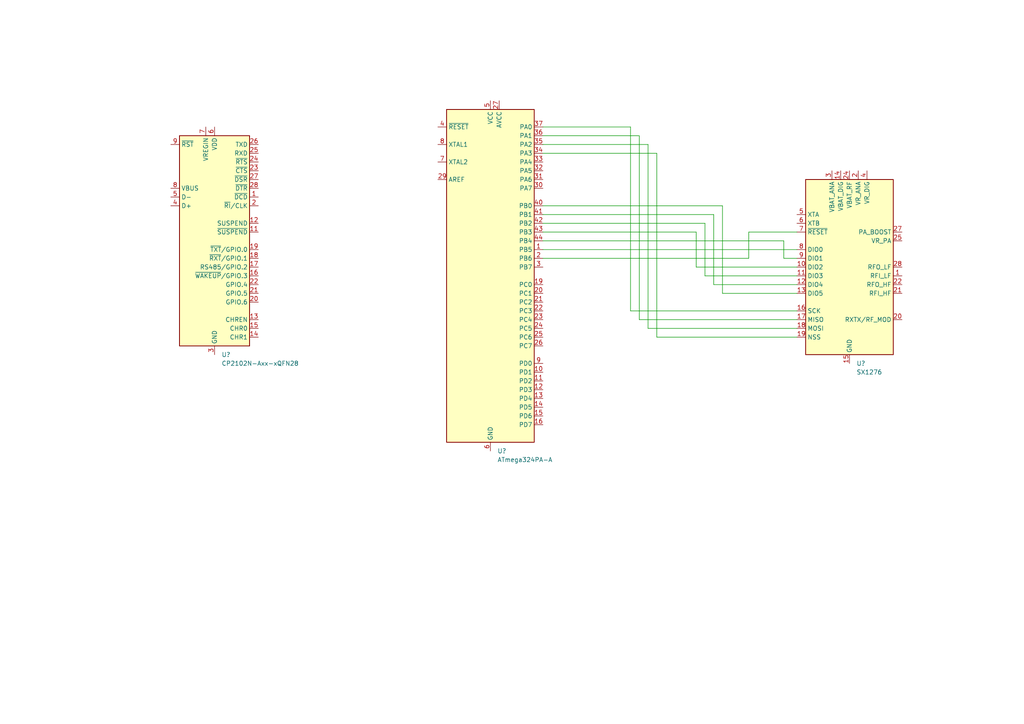
<source format=kicad_sch>
(kicad_sch (version 20211123) (generator eeschema)
  (paper "A4")
  (lib_symbols
    (symbol "Interface_USB:CP2102N-Axx-xQFN28"
      (property "Reference" "U" (at -8.89 31.75 0))
      (property "Value" "CP2102N-Axx-xQFN28" (at 12.7 31.75 0))
      (symbol "CP2102N-Axx-xQFN28_0_1"
        (rectangle (start -10.16 30.48) (end 10.16 -30.48) (stroke (width 0.254)) (fill (type background)))
      )
      (symbol "CP2102N-Axx-xQFN28_1_1"
        (pin input line (at 12.7 12.7 180) (length 2.54) (name "~{DCD}") (number "1"))
        (pin no_connect line (at -10.16 -27.94 0) (length 2.54) hide (name "NC") (number "10"))
        (pin output line (at 12.7 2.54 180) (length 2.54) (name "~{SUSPEND}") (number "11"))
        (pin output line (at 12.7 5.08 180) (length 2.54) (name "SUSPEND") (number "12"))
        (pin output line (at 12.7 -22.86 180) (length 2.54) (name "CHREN") (number "13"))
        (pin output line (at 12.7 -27.94 180) (length 2.54) (name "CHR1") (number "14"))
        (pin output line (at 12.7 -25.4 180) (length 2.54) (name "CHR0") (number "15"))
        (pin bidirectional line (at 12.7 -10.16 180) (length 2.54) (name "~{WAKEUP}/GPIO.3") (number "16"))
        (pin bidirectional line (at 12.7 -7.62 180) (length 2.54) (name "RS485/GPIO.2") (number "17"))
        (pin bidirectional line (at 12.7 -5.08 180) (length 2.54) (name "~{RXT}/GPIO.1") (number "18"))
        (pin bidirectional line (at 12.7 -2.54 180) (length 2.54) (name "~{TXT}/GPIO.0") (number "19"))
        (pin bidirectional line (at 12.7 10.16 180) (length 2.54) (name "~{RI}/CLK") (number "2"))
        (pin bidirectional line (at 12.7 -17.78 180) (length 2.54) (name "GPIO.6") (number "20"))
        (pin bidirectional line (at 12.7 -15.24 180) (length 2.54) (name "GPIO.5") (number "21"))
        (pin bidirectional line (at 12.7 -12.7 180) (length 2.54) (name "GPIO.4") (number "22"))
        (pin input line (at 12.7 20.32 180) (length 2.54) (name "~{CTS}") (number "23"))
        (pin output line (at 12.7 22.86 180) (length 2.54) (name "~{RTS}") (number "24"))
        (pin input line (at 12.7 25.4 180) (length 2.54) (name "RXD") (number "25"))
        (pin output line (at 12.7 27.94 180) (length 2.54) (name "TXD") (number "26"))
        (pin input line (at 12.7 17.78 180) (length 2.54) (name "~{DSR}") (number "27"))
        (pin output line (at 12.7 15.24 180) (length 2.54) (name "~{DTR}") (number "28"))
        (pin passive line (at 0 -33.02 90) (length 2.54) hide (name "GND") (number "29"))
        (pin power_in line (at 0 -33.02 90) (length 2.54) (name "GND") (number "3"))
        (pin bidirectional line (at -12.7 10.16 0) (length 2.54) (name "D+") (number "4"))
        (pin bidirectional line (at -12.7 12.7 0) (length 2.54) (name "D-") (number "5"))
        (pin power_in line (at 0 33.02 270) (length 2.54) (name "VDD") (number "6"))
        (pin power_in line (at -2.54 33.02 270) (length 2.54) (name "VREGIN") (number "7"))
        (pin input line (at -12.7 15.24 0) (length 2.54) (name "VBUS") (number "8"))
        (pin input line (at -12.7 27.94 0) (length 2.54) (name "~{RST}") (number "9"))
      )
    )
    (symbol "MCU_Microchip_ATmega:ATmega324PA-A"
      (property "Reference" "U" (at -12.7 49.53 0))
      (property "Value" "ATmega324PA-A" (at 2.54 -49.53 0))
      (symbol "ATmega324PA-A_0_1"
        (rectangle (start -12.7 -48.26) (end 12.7 48.26) (stroke (width 0.254)) (fill (type background)))
      )
      (symbol "ATmega324PA-A_1_1"
        (pin bidirectional line (at 15.24 7.62 180) (length 2.54) (name "PB5") (number "1"))
        (pin bidirectional line (at 15.24 -27.94 180) (length 2.54) (name "PD1") (number "10"))
        (pin bidirectional line (at 15.24 -30.48 180) (length 2.54) (name "PD2") (number "11"))
        (pin bidirectional line (at 15.24 -33.02 180) (length 2.54) (name "PD3") (number "12"))
        (pin bidirectional line (at 15.24 -35.56 180) (length 2.54) (name "PD4") (number "13"))
        (pin bidirectional line (at 15.24 -38.1 180) (length 2.54) (name "PD5") (number "14"))
        (pin bidirectional line (at 15.24 -40.64 180) (length 2.54) (name "PD6") (number "15"))
        (pin bidirectional line (at 15.24 -43.18 180) (length 2.54) (name "PD7") (number "16"))
        (pin passive line (at 0 50.8 270) (length 2.54) hide (name "VCC") (number "17"))
        (pin passive line (at 0 -50.8 90) (length 2.54) hide (name "GND") (number "18"))
        (pin bidirectional line (at 15.24 -2.54 180) (length 2.54) (name "PC0") (number "19"))
        (pin bidirectional line (at 15.24 5.08 180) (length 2.54) (name "PB6") (number "2"))
        (pin bidirectional line (at 15.24 -5.08 180) (length 2.54) (name "PC1") (number "20"))
        (pin bidirectional line (at 15.24 -7.62 180) (length 2.54) (name "PC2") (number "21"))
        (pin bidirectional line (at 15.24 -10.16 180) (length 2.54) (name "PC3") (number "22"))
        (pin bidirectional line (at 15.24 -12.7 180) (length 2.54) (name "PC4") (number "23"))
        (pin bidirectional line (at 15.24 -15.24 180) (length 2.54) (name "PC5") (number "24"))
        (pin bidirectional line (at 15.24 -17.78 180) (length 2.54) (name "PC6") (number "25"))
        (pin bidirectional line (at 15.24 -20.32 180) (length 2.54) (name "PC7") (number "26"))
        (pin power_in line (at 2.54 50.8 270) (length 2.54) (name "AVCC") (number "27"))
        (pin passive line (at 0 -50.8 90) (length 2.54) hide (name "GND") (number "28"))
        (pin passive line (at -15.24 27.94 0) (length 2.54) (name "AREF") (number "29"))
        (pin bidirectional line (at 15.24 2.54 180) (length 2.54) (name "PB7") (number "3"))
        (pin bidirectional line (at 15.24 25.4 180) (length 2.54) (name "PA7") (number "30"))
        (pin bidirectional line (at 15.24 27.94 180) (length 2.54) (name "PA6") (number "31"))
        (pin bidirectional line (at 15.24 30.48 180) (length 2.54) (name "PA5") (number "32"))
        (pin bidirectional line (at 15.24 33.02 180) (length 2.54) (name "PA4") (number "33"))
        (pin bidirectional line (at 15.24 35.56 180) (length 2.54) (name "PA3") (number "34"))
        (pin bidirectional line (at 15.24 38.1 180) (length 2.54) (name "PA2") (number "35"))
        (pin bidirectional line (at 15.24 40.64 180) (length 2.54) (name "PA1") (number "36"))
        (pin bidirectional line (at 15.24 43.18 180) (length 2.54) (name "PA0") (number "37"))
        (pin passive line (at 0 50.8 270) (length 2.54) hide (name "VCC") (number "38"))
        (pin passive line (at 0 -50.8 90) (length 2.54) hide (name "GND") (number "39"))
        (pin input line (at -15.24 43.18 0) (length 2.54) (name "~{RESET}") (number "4"))
        (pin bidirectional line (at 15.24 20.32 180) (length 2.54) (name "PB0") (number "40"))
        (pin bidirectional line (at 15.24 17.78 180) (length 2.54) (name "PB1") (number "41"))
        (pin bidirectional line (at 15.24 15.24 180) (length 2.54) (name "PB2") (number "42"))
        (pin bidirectional line (at 15.24 12.7 180) (length 2.54) (name "PB3") (number "43"))
        (pin bidirectional line (at 15.24 10.16 180) (length 2.54) (name "PB4") (number "44"))
        (pin power_in line (at 0 50.8 270) (length 2.54) (name "VCC") (number "5"))
        (pin power_in line (at 0 -50.8 90) (length 2.54) (name "GND") (number "6"))
        (pin output line (at -15.24 33.02 0) (length 2.54) (name "XTAL2") (number "7"))
        (pin input line (at -15.24 38.1 0) (length 2.54) (name "XTAL1") (number "8"))
        (pin bidirectional line (at 15.24 -25.4 180) (length 2.54) (name "PD0") (number "9"))
      )
    )
    (symbol "RF:SX1276"
      (property "Reference" "U" (at 13.97 24.13 0))
      (property "Value" "SX1276" (at 13.97 21.59 0))
      (symbol "SX1276_0_1"
        (rectangle (start -12.7 25.4) (end 12.7 -25.4) (stroke (width 0.254)) (fill (type background)))
      )
      (symbol "SX1276_1_1"
        (pin input line (at 15.24 -2.54 180) (length 2.54) (name "RFI_LF") (number "1"))
        (pin bidirectional line (at -15.24 0 0) (length 2.54) (name "DIO2") (number "10"))
        (pin bidirectional line (at -15.24 -2.54 0) (length 2.54) (name "DIO3") (number "11"))
        (pin bidirectional line (at -15.24 -5.08 0) (length 2.54) (name "DIO4") (number "12"))
        (pin bidirectional line (at -15.24 -7.62 0) (length 2.54) (name "DIO5") (number "13"))
        (pin power_in line (at -2.54 27.94 270) (length 2.54) (name "VBAT_DIG") (number "14"))
        (pin power_in line (at 0 -27.94 90) (length 2.54) (name "GND") (number "15"))
        (pin input line (at -15.24 -12.7 0) (length 2.54) (name "SCK") (number "16"))
        (pin output line (at -15.24 -15.24 0) (length 2.54) (name "MISO") (number "17"))
        (pin input line (at -15.24 -17.78 0) (length 2.54) (name "MOSI") (number "18"))
        (pin input line (at -15.24 -20.32 0) (length 2.54) (name "NSS") (number "19"))
        (pin power_in line (at 2.54 27.94 270) (length 2.54) (name "VR_ANA") (number "2"))
        (pin output line (at 15.24 -15.24 180) (length 2.54) (name "RXTX/RF_MOD") (number "20"))
        (pin input line (at 15.24 -7.62 180) (length 2.54) (name "RFI_HF") (number "21"))
        (pin output line (at 15.24 -5.08 180) (length 2.54) (name "RFO_HF") (number "22"))
        (pin passive line (at 0 -27.94 90) (length 2.54) hide (name "GND") (number "23"))
        (pin power_in line (at 0 27.94 270) (length 2.54) (name "VBAT_RF") (number "24"))
        (pin power_out line (at 15.24 7.62 180) (length 2.54) (name "VR_PA") (number "25"))
        (pin passive line (at 0 -27.94 90) (length 2.54) hide (name "GND") (number "26"))
        (pin power_out line (at 15.24 10.16 180) (length 2.54) (name "PA_BOOST") (number "27"))
        (pin output line (at 15.24 0 180) (length 2.54) (name "RFO_LF") (number "28"))
        (pin passive line (at 0 -27.94 90) (length 2.54) hide (name "GND") (number "29"))
        (pin power_in line (at -5.08 27.94 270) (length 2.54) (name "VBAT_ANA") (number "3"))
        (pin power_in line (at 5.08 27.94 270) (length 2.54) (name "VR_DIG") (number "4"))
        (pin bidirectional line (at -15.24 15.24 0) (length 2.54) (name "XTA") (number "5"))
        (pin bidirectional line (at -15.24 12.7 0) (length 2.54) (name "XTB") (number "6"))
        (pin input line (at -15.24 10.16 0) (length 2.54) (name "~{RESET}") (number "7"))
        (pin bidirectional line (at -15.24 5.08 0) (length 2.54) (name "DIO0") (number "8"))
        (pin bidirectional line (at -15.24 2.54 0) (length 2.54) (name "DIO1") (number "9"))
      )
    )
  )
  (wire (pts (xy 231.14 85.09) (xy 209.55 85.09)))
  (wire (pts (xy 157.48 74.93) (xy 217.17 74.93)))
  (wire (pts (xy 182.88 36.83) (xy 157.48 36.83)))
  (wire (pts (xy 182.88 90.17) (xy 182.88 36.83)))
  (wire (pts (xy 185.42 39.37) (xy 157.48 39.37)))
  (wire (pts (xy 207.01 82.55) (xy 207.01 62.23)))
  (wire (pts (xy 190.5 44.45) (xy 190.5 97.79)))
  (wire (pts (xy 231.14 90.17) (xy 182.88 90.17)))
  (wire (pts (xy 187.96 95.25) (xy 187.96 41.91)))
  (wire (pts (xy 187.96 41.91) (xy 157.48 41.91)))
  (wire (pts (xy 231.14 82.55) (xy 207.01 82.55)))
  (wire (pts (xy 231.14 80.01) (xy 204.47 80.01)))
  (wire (pts (xy 231.14 95.25) (xy 187.96 95.25)))
  (wire (pts (xy 201.93 67.31) (xy 157.48 67.31)))
  (wire (pts (xy 209.55 59.69) (xy 157.48 59.69)))
  (wire (pts (xy 217.17 67.31) (xy 217.17 74.93)))
  (wire (pts (xy 157.48 69.85) (xy 227.33 69.85)))
  (wire (pts (xy 185.42 92.71) (xy 185.42 39.37)))
  (wire (pts (xy 231.14 77.47) (xy 201.93 77.47)))
  (wire (pts (xy 209.55 85.09) (xy 209.55 59.69)))
  (wire (pts (xy 204.47 64.77) (xy 157.48 64.77)))
  (wire (pts (xy 201.93 67.31) (xy 201.93 77.47)))
  (wire (pts (xy 227.33 74.93) (xy 227.33 69.85)))
  (wire (pts (xy 231.14 92.71) (xy 185.42 92.71)))
  (wire (pts (xy 157.48 44.45) (xy 190.5 44.45)))
  (wire (pts (xy 231.14 74.93) (xy 227.33 74.93)))
  (wire (pts (xy 207.01 62.23) (xy 157.48 62.23)))
  (wire (pts (xy 204.47 80.01) (xy 204.47 64.77)))
  (wire (pts (xy 231.14 67.31) (xy 217.17 67.31)))
  (wire (pts (xy 190.5 97.79) (xy 231.14 97.79)))
  (wire (pts (xy 157.48 72.39) (xy 231.14 72.39)))
  (symbol (lib_id "MCU_Microchip_ATmega:ATmega324PA-A") (at 142.24 80.01 0) (unit 1)
    (property "Reference" "U?" (at 144.2594 130.81 0) (effects (justify left)))
    (property "Value" "ATmega324PA-A" (at 144.2594 133.35 0) (effects (justify left)))
    (property "Footprint" "Package_QFP:TQFP-44_10x10mm_P0.8mm" (effects hide))
    (property "Datasheet" "http://ww1.microchip.com/downloads/en/DeviceDoc/Atmel-8272-8-bit-AVR-microcontroller-ATmega164A_PA-324A_PA-644A_PA-1284_P_datasheet.pdf" (effects hide))
  )
  (symbol (lib_id "RF:SX1276") (at 246.38 77.47 0) (unit 1)
    (property "Reference" "U?" (at 248.3994 105.41 0) (effects (justify left)))
    (property "Value" "SX1276" (at 248.3994 107.95 0) (effects (justify left)))
    (property "Footprint" "Package_DFN_QFN:QFN-28-1EP_6x6mm_P0.65mm_EP4.8x4.8mm" (effects hide))
    (property "Datasheet" "https://semtech.my.salesforce.com/sfc/p/#E0000000JelG/a/2R0000001Rbr/6EfVZUorrpoKFfvaF_Fkpgp5kzjiNyiAbqcpqh9qSjE" (effects hide))
  )
  (symbol (lib_id "Interface_USB:CP2102N-Axx-xQFN28") (at 62.23 69.85 0) (unit 1)
    (property "Reference" "U?" (at 64.2494 102.87 0) (effects (justify left)))
    (property "Value" "CP2102N-Axx-xQFN28" (at 64.2494 105.41 0) (effects (justify left)))
    (property "Footprint" "Package_DFN_QFN:QFN-28-1EP_5x5mm_P0.5mm_EP3.35x3.35mm" (effects hide))
    (property "Datasheet" "https://www.silabs.com/documents/public/data-sheets/cp2102n-datasheet.pdf" (effects hide))
  )
)
</source>
